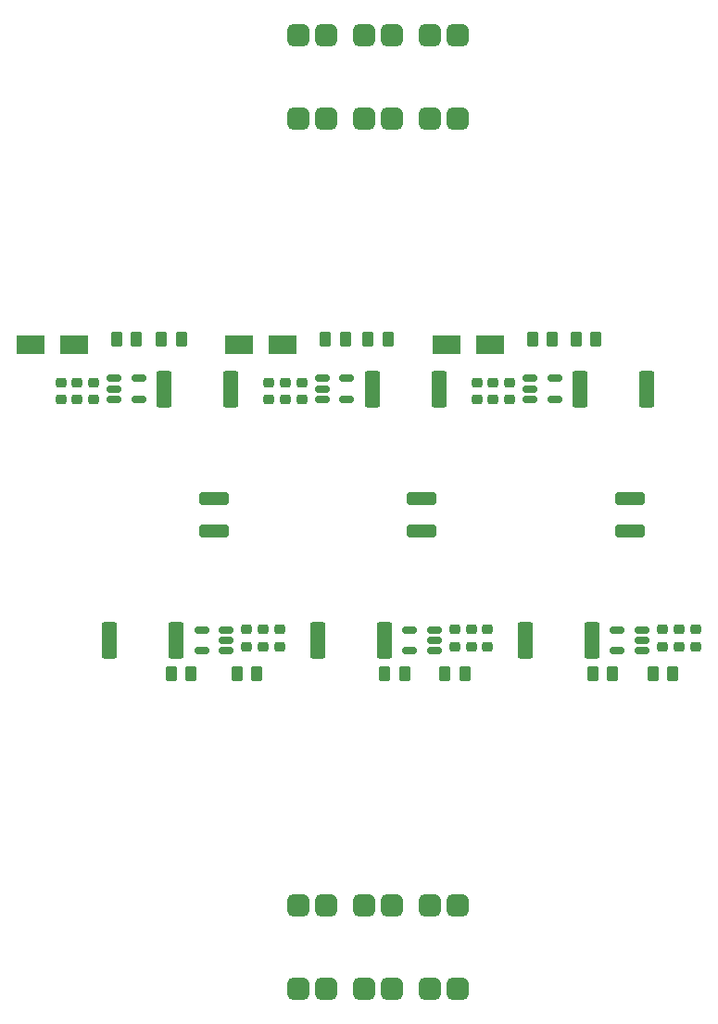
<source format=gbr>
G04 #@! TF.GenerationSoftware,KiCad,Pcbnew,6.0.2-1.fc35*
G04 #@! TF.CreationDate,2022-04-02T15:35:02-04:00*
G04 #@! TF.ProjectId,universal-half-bridge,756e6976-6572-4736-916c-2d68616c662d,rev?*
G04 #@! TF.SameCoordinates,Original*
G04 #@! TF.FileFunction,Paste,Bot*
G04 #@! TF.FilePolarity,Positive*
%FSLAX46Y46*%
G04 Gerber Fmt 4.6, Leading zero omitted, Abs format (unit mm)*
G04 Created by KiCad (PCBNEW 6.0.2-1.fc35) date 2022-04-02 15:35:02*
%MOMM*%
%LPD*%
G01*
G04 APERTURE LIST*
G04 Aperture macros list*
%AMRoundRect*
0 Rectangle with rounded corners*
0 $1 Rounding radius*
0 $2 $3 $4 $5 $6 $7 $8 $9 X,Y pos of 4 corners*
0 Add a 4 corners polygon primitive as box body*
4,1,4,$2,$3,$4,$5,$6,$7,$8,$9,$2,$3,0*
0 Add four circle primitives for the rounded corners*
1,1,$1+$1,$2,$3*
1,1,$1+$1,$4,$5*
1,1,$1+$1,$6,$7*
1,1,$1+$1,$8,$9*
0 Add four rect primitives between the rounded corners*
20,1,$1+$1,$2,$3,$4,$5,0*
20,1,$1+$1,$4,$5,$6,$7,0*
20,1,$1+$1,$6,$7,$8,$9,0*
20,1,$1+$1,$8,$9,$2,$3,0*%
G04 Aperture macros list end*
%ADD10RoundRect,0.500000X0.500000X-0.500000X0.500000X0.500000X-0.500000X0.500000X-0.500000X-0.500000X0*%
%ADD11RoundRect,0.500000X-0.500000X0.500000X-0.500000X-0.500000X0.500000X-0.500000X0.500000X0.500000X0*%
%ADD12RoundRect,0.225000X0.250000X-0.225000X0.250000X0.225000X-0.250000X0.225000X-0.250000X-0.225000X0*%
%ADD13RoundRect,0.225000X-0.250000X0.225000X-0.250000X-0.225000X0.250000X-0.225000X0.250000X0.225000X0*%
%ADD14RoundRect,0.250000X1.100000X-0.325000X1.100000X0.325000X-1.100000X0.325000X-1.100000X-0.325000X0*%
%ADD15RoundRect,0.250000X0.262500X0.450000X-0.262500X0.450000X-0.262500X-0.450000X0.262500X-0.450000X0*%
%ADD16RoundRect,0.250000X-0.262500X-0.450000X0.262500X-0.450000X0.262500X0.450000X-0.262500X0.450000X0*%
%ADD17RoundRect,0.249999X0.450001X1.425001X-0.450001X1.425001X-0.450001X-1.425001X0.450001X-1.425001X0*%
%ADD18RoundRect,0.249999X-0.450001X-1.425001X0.450001X-1.425001X0.450001X1.425001X-0.450001X1.425001X0*%
%ADD19R,2.500000X1.800000*%
%ADD20RoundRect,0.150000X0.512500X0.150000X-0.512500X0.150000X-0.512500X-0.150000X0.512500X-0.150000X0*%
%ADD21RoundRect,0.150000X-0.512500X-0.150000X0.512500X-0.150000X0.512500X0.150000X-0.512500X0.150000X0*%
G04 APERTURE END LIST*
D10*
X142270000Y-141310000D03*
X139730000Y-141310000D03*
X139730000Y-133690000D03*
X142270000Y-133690000D03*
D11*
X151730000Y-54190000D03*
X154270000Y-54190000D03*
X154270000Y-61810000D03*
X151730000Y-61810000D03*
D10*
X154270000Y-141310000D03*
X151730000Y-141310000D03*
X151730000Y-133690000D03*
X154270000Y-133690000D03*
X148270000Y-141310000D03*
X145730000Y-141310000D03*
X145730000Y-133690000D03*
X148270000Y-133690000D03*
D11*
X145730000Y-61810000D03*
X148270000Y-61810000D03*
X148270000Y-54190000D03*
X145730000Y-54190000D03*
X139730000Y-54190000D03*
X142270000Y-54190000D03*
X142270000Y-61810000D03*
X139730000Y-61810000D03*
D12*
X173000000Y-110050000D03*
X173000000Y-108500000D03*
X174500000Y-110050000D03*
X174500000Y-108500000D03*
X176000000Y-110050000D03*
X176000000Y-108500000D03*
D13*
X159000000Y-85950000D03*
X159000000Y-87500000D03*
X157500000Y-85950000D03*
X157500000Y-87500000D03*
X156000000Y-85950000D03*
X156000000Y-87500000D03*
D12*
X154000000Y-110050000D03*
X154000000Y-108500000D03*
X155500000Y-108500000D03*
X155500000Y-110050000D03*
X157000000Y-108500000D03*
X157000000Y-110050000D03*
D13*
X140000000Y-87500000D03*
X140000000Y-85950000D03*
X138500000Y-87500000D03*
X138500000Y-85950000D03*
X137000000Y-87500000D03*
X137000000Y-85950000D03*
D12*
X135000000Y-108500000D03*
X135000000Y-110050000D03*
X136500000Y-108500000D03*
X136500000Y-110050000D03*
X138000000Y-108500000D03*
X138000000Y-110050000D03*
D13*
X121000000Y-87500000D03*
X121000000Y-85950000D03*
X119500000Y-87500000D03*
X119500000Y-85950000D03*
X118000000Y-87500000D03*
X118000000Y-85950000D03*
D14*
X170000000Y-96525000D03*
X170000000Y-99475000D03*
X151000000Y-99475000D03*
X151000000Y-96525000D03*
X132000000Y-96525000D03*
X132000000Y-99475000D03*
D15*
X123087500Y-82000000D03*
X124912500Y-82000000D03*
D16*
X129912500Y-112500000D03*
X128087500Y-112500000D03*
D17*
X127450000Y-86500000D03*
X133550000Y-86500000D03*
D18*
X128550000Y-109500000D03*
X122450000Y-109500000D03*
D15*
X142175000Y-82000000D03*
X144000000Y-82000000D03*
D16*
X149412500Y-112500000D03*
X147587500Y-112500000D03*
D17*
X146450000Y-86500000D03*
X152550000Y-86500000D03*
D18*
X147550000Y-109500000D03*
X141450000Y-109500000D03*
D16*
X172087500Y-112500000D03*
X173912500Y-112500000D03*
D18*
X160450000Y-109500000D03*
X166550000Y-109500000D03*
D17*
X171550000Y-86500000D03*
X165450000Y-86500000D03*
D16*
X166587500Y-112500000D03*
X168412500Y-112500000D03*
D15*
X166912500Y-82000000D03*
X165087500Y-82000000D03*
D19*
X157250000Y-82500000D03*
X153250000Y-82500000D03*
X134250000Y-82500000D03*
X138250000Y-82500000D03*
D16*
X134087500Y-112500000D03*
X135912500Y-112500000D03*
D20*
X168862500Y-108550000D03*
X168862500Y-110450000D03*
X171137500Y-110450000D03*
X171137500Y-109500000D03*
X171137500Y-108550000D03*
D21*
X163137500Y-87450000D03*
X163137500Y-85550000D03*
X160862500Y-85550000D03*
X160862500Y-86500000D03*
X160862500Y-87450000D03*
D20*
X152137500Y-108550000D03*
X152137500Y-109500000D03*
X152137500Y-110450000D03*
X149862500Y-110450000D03*
X149862500Y-108550000D03*
D21*
X144137500Y-87450000D03*
X144137500Y-85550000D03*
X141862500Y-85550000D03*
X141862500Y-86500000D03*
X141862500Y-87450000D03*
D20*
X133137500Y-108550000D03*
X133137500Y-109500000D03*
X133137500Y-110450000D03*
X130862500Y-110450000D03*
X130862500Y-108550000D03*
D21*
X122862500Y-87450000D03*
X122862500Y-86500000D03*
X122862500Y-85550000D03*
X125137500Y-85550000D03*
X125137500Y-87450000D03*
D15*
X161087500Y-82000000D03*
X162912500Y-82000000D03*
X147912500Y-82000000D03*
X146087500Y-82000000D03*
D16*
X154912500Y-112500000D03*
X153087500Y-112500000D03*
D15*
X129000000Y-82000000D03*
X127175000Y-82000000D03*
D19*
X115250000Y-82500000D03*
X119250000Y-82500000D03*
M02*

</source>
